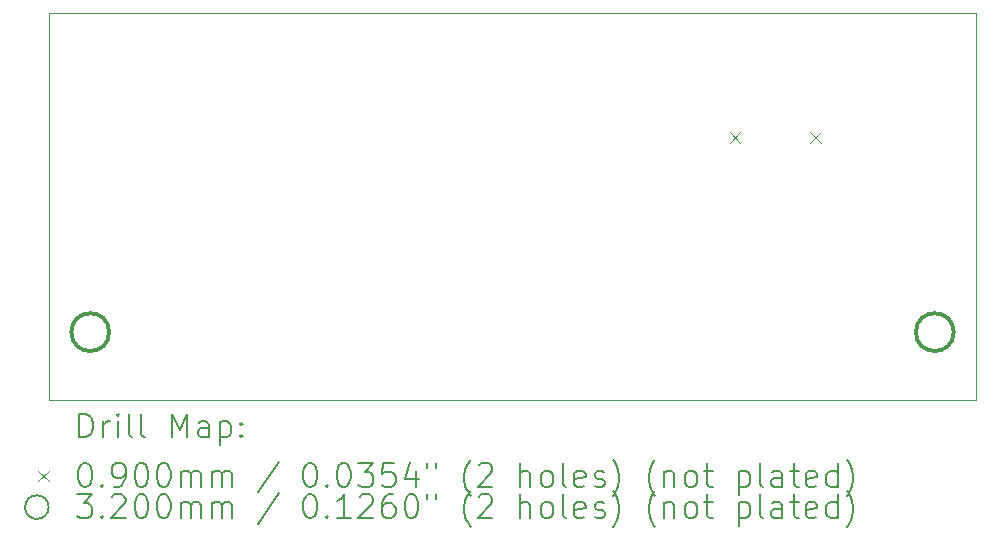
<source format=gbr>
%TF.GenerationSoftware,KiCad,Pcbnew,8.0.4*%
%TF.CreationDate,2025-04-19T21:15:14+05:30*%
%TF.ProjectId,Snakebot_pcb_dev,536e616b-6562-46f7-945f-7063625f6465,rev?*%
%TF.SameCoordinates,Original*%
%TF.FileFunction,Drillmap*%
%TF.FilePolarity,Positive*%
%FSLAX45Y45*%
G04 Gerber Fmt 4.5, Leading zero omitted, Abs format (unit mm)*
G04 Created by KiCad (PCBNEW 8.0.4) date 2025-04-19 21:15:14*
%MOMM*%
%LPD*%
G01*
G04 APERTURE LIST*
%ADD10C,0.050000*%
%ADD11C,0.200000*%
%ADD12C,0.100000*%
%ADD13C,0.320000*%
G04 APERTURE END LIST*
D10*
X8775000Y-14725000D02*
X16625000Y-14725000D01*
X8775000Y-14700000D02*
X8775000Y-14725000D01*
X16625000Y-14650000D02*
X16625000Y-14600000D01*
X16625000Y-11450000D02*
X8775000Y-11450000D01*
X8775000Y-14600000D02*
X8775000Y-14650000D01*
X8775000Y-14500000D02*
X8775000Y-14600000D01*
X16625000Y-14725000D02*
X16625000Y-14650000D01*
X16625000Y-14500000D02*
X16625000Y-11450000D01*
X8775000Y-11450000D02*
X8775000Y-14500000D01*
X8775000Y-14650000D02*
X8775000Y-14700000D01*
X16625000Y-14600000D02*
X16625000Y-14500000D01*
D11*
D12*
X14540000Y-12455000D02*
X14630000Y-12545000D01*
X14630000Y-12455000D02*
X14540000Y-12545000D01*
X15220000Y-12455000D02*
X15310000Y-12545000D01*
X15310000Y-12455000D02*
X15220000Y-12545000D01*
D13*
X9285000Y-14150000D02*
G75*
G02*
X8965000Y-14150000I-160000J0D01*
G01*
X8965000Y-14150000D02*
G75*
G02*
X9285000Y-14150000I160000J0D01*
G01*
X16435000Y-14150000D02*
G75*
G02*
X16115000Y-14150000I-160000J0D01*
G01*
X16115000Y-14150000D02*
G75*
G02*
X16435000Y-14150000I160000J0D01*
G01*
D11*
X9033277Y-15038984D02*
X9033277Y-14838984D01*
X9033277Y-14838984D02*
X9080896Y-14838984D01*
X9080896Y-14838984D02*
X9109467Y-14848508D01*
X9109467Y-14848508D02*
X9128515Y-14867555D01*
X9128515Y-14867555D02*
X9138039Y-14886603D01*
X9138039Y-14886603D02*
X9147563Y-14924698D01*
X9147563Y-14924698D02*
X9147563Y-14953269D01*
X9147563Y-14953269D02*
X9138039Y-14991365D01*
X9138039Y-14991365D02*
X9128515Y-15010412D01*
X9128515Y-15010412D02*
X9109467Y-15029460D01*
X9109467Y-15029460D02*
X9080896Y-15038984D01*
X9080896Y-15038984D02*
X9033277Y-15038984D01*
X9233277Y-15038984D02*
X9233277Y-14905650D01*
X9233277Y-14943746D02*
X9242801Y-14924698D01*
X9242801Y-14924698D02*
X9252324Y-14915174D01*
X9252324Y-14915174D02*
X9271372Y-14905650D01*
X9271372Y-14905650D02*
X9290420Y-14905650D01*
X9357086Y-15038984D02*
X9357086Y-14905650D01*
X9357086Y-14838984D02*
X9347563Y-14848508D01*
X9347563Y-14848508D02*
X9357086Y-14858031D01*
X9357086Y-14858031D02*
X9366610Y-14848508D01*
X9366610Y-14848508D02*
X9357086Y-14838984D01*
X9357086Y-14838984D02*
X9357086Y-14858031D01*
X9480896Y-15038984D02*
X9461848Y-15029460D01*
X9461848Y-15029460D02*
X9452324Y-15010412D01*
X9452324Y-15010412D02*
X9452324Y-14838984D01*
X9585658Y-15038984D02*
X9566610Y-15029460D01*
X9566610Y-15029460D02*
X9557086Y-15010412D01*
X9557086Y-15010412D02*
X9557086Y-14838984D01*
X9814229Y-15038984D02*
X9814229Y-14838984D01*
X9814229Y-14838984D02*
X9880896Y-14981841D01*
X9880896Y-14981841D02*
X9947563Y-14838984D01*
X9947563Y-14838984D02*
X9947563Y-15038984D01*
X10128515Y-15038984D02*
X10128515Y-14934222D01*
X10128515Y-14934222D02*
X10118991Y-14915174D01*
X10118991Y-14915174D02*
X10099944Y-14905650D01*
X10099944Y-14905650D02*
X10061848Y-14905650D01*
X10061848Y-14905650D02*
X10042801Y-14915174D01*
X10128515Y-15029460D02*
X10109467Y-15038984D01*
X10109467Y-15038984D02*
X10061848Y-15038984D01*
X10061848Y-15038984D02*
X10042801Y-15029460D01*
X10042801Y-15029460D02*
X10033277Y-15010412D01*
X10033277Y-15010412D02*
X10033277Y-14991365D01*
X10033277Y-14991365D02*
X10042801Y-14972317D01*
X10042801Y-14972317D02*
X10061848Y-14962793D01*
X10061848Y-14962793D02*
X10109467Y-14962793D01*
X10109467Y-14962793D02*
X10128515Y-14953269D01*
X10223753Y-14905650D02*
X10223753Y-15105650D01*
X10223753Y-14915174D02*
X10242801Y-14905650D01*
X10242801Y-14905650D02*
X10280896Y-14905650D01*
X10280896Y-14905650D02*
X10299944Y-14915174D01*
X10299944Y-14915174D02*
X10309467Y-14924698D01*
X10309467Y-14924698D02*
X10318991Y-14943746D01*
X10318991Y-14943746D02*
X10318991Y-15000888D01*
X10318991Y-15000888D02*
X10309467Y-15019936D01*
X10309467Y-15019936D02*
X10299944Y-15029460D01*
X10299944Y-15029460D02*
X10280896Y-15038984D01*
X10280896Y-15038984D02*
X10242801Y-15038984D01*
X10242801Y-15038984D02*
X10223753Y-15029460D01*
X10404705Y-15019936D02*
X10414229Y-15029460D01*
X10414229Y-15029460D02*
X10404705Y-15038984D01*
X10404705Y-15038984D02*
X10395182Y-15029460D01*
X10395182Y-15029460D02*
X10404705Y-15019936D01*
X10404705Y-15019936D02*
X10404705Y-15038984D01*
X10404705Y-14915174D02*
X10414229Y-14924698D01*
X10414229Y-14924698D02*
X10404705Y-14934222D01*
X10404705Y-14934222D02*
X10395182Y-14924698D01*
X10395182Y-14924698D02*
X10404705Y-14915174D01*
X10404705Y-14915174D02*
X10404705Y-14934222D01*
D12*
X8682500Y-15322500D02*
X8772500Y-15412500D01*
X8772500Y-15322500D02*
X8682500Y-15412500D01*
D11*
X9071372Y-15258984D02*
X9090420Y-15258984D01*
X9090420Y-15258984D02*
X9109467Y-15268508D01*
X9109467Y-15268508D02*
X9118991Y-15278031D01*
X9118991Y-15278031D02*
X9128515Y-15297079D01*
X9128515Y-15297079D02*
X9138039Y-15335174D01*
X9138039Y-15335174D02*
X9138039Y-15382793D01*
X9138039Y-15382793D02*
X9128515Y-15420888D01*
X9128515Y-15420888D02*
X9118991Y-15439936D01*
X9118991Y-15439936D02*
X9109467Y-15449460D01*
X9109467Y-15449460D02*
X9090420Y-15458984D01*
X9090420Y-15458984D02*
X9071372Y-15458984D01*
X9071372Y-15458984D02*
X9052324Y-15449460D01*
X9052324Y-15449460D02*
X9042801Y-15439936D01*
X9042801Y-15439936D02*
X9033277Y-15420888D01*
X9033277Y-15420888D02*
X9023753Y-15382793D01*
X9023753Y-15382793D02*
X9023753Y-15335174D01*
X9023753Y-15335174D02*
X9033277Y-15297079D01*
X9033277Y-15297079D02*
X9042801Y-15278031D01*
X9042801Y-15278031D02*
X9052324Y-15268508D01*
X9052324Y-15268508D02*
X9071372Y-15258984D01*
X9223753Y-15439936D02*
X9233277Y-15449460D01*
X9233277Y-15449460D02*
X9223753Y-15458984D01*
X9223753Y-15458984D02*
X9214229Y-15449460D01*
X9214229Y-15449460D02*
X9223753Y-15439936D01*
X9223753Y-15439936D02*
X9223753Y-15458984D01*
X9328515Y-15458984D02*
X9366610Y-15458984D01*
X9366610Y-15458984D02*
X9385658Y-15449460D01*
X9385658Y-15449460D02*
X9395182Y-15439936D01*
X9395182Y-15439936D02*
X9414229Y-15411365D01*
X9414229Y-15411365D02*
X9423753Y-15373269D01*
X9423753Y-15373269D02*
X9423753Y-15297079D01*
X9423753Y-15297079D02*
X9414229Y-15278031D01*
X9414229Y-15278031D02*
X9404705Y-15268508D01*
X9404705Y-15268508D02*
X9385658Y-15258984D01*
X9385658Y-15258984D02*
X9347563Y-15258984D01*
X9347563Y-15258984D02*
X9328515Y-15268508D01*
X9328515Y-15268508D02*
X9318991Y-15278031D01*
X9318991Y-15278031D02*
X9309467Y-15297079D01*
X9309467Y-15297079D02*
X9309467Y-15344698D01*
X9309467Y-15344698D02*
X9318991Y-15363746D01*
X9318991Y-15363746D02*
X9328515Y-15373269D01*
X9328515Y-15373269D02*
X9347563Y-15382793D01*
X9347563Y-15382793D02*
X9385658Y-15382793D01*
X9385658Y-15382793D02*
X9404705Y-15373269D01*
X9404705Y-15373269D02*
X9414229Y-15363746D01*
X9414229Y-15363746D02*
X9423753Y-15344698D01*
X9547563Y-15258984D02*
X9566610Y-15258984D01*
X9566610Y-15258984D02*
X9585658Y-15268508D01*
X9585658Y-15268508D02*
X9595182Y-15278031D01*
X9595182Y-15278031D02*
X9604705Y-15297079D01*
X9604705Y-15297079D02*
X9614229Y-15335174D01*
X9614229Y-15335174D02*
X9614229Y-15382793D01*
X9614229Y-15382793D02*
X9604705Y-15420888D01*
X9604705Y-15420888D02*
X9595182Y-15439936D01*
X9595182Y-15439936D02*
X9585658Y-15449460D01*
X9585658Y-15449460D02*
X9566610Y-15458984D01*
X9566610Y-15458984D02*
X9547563Y-15458984D01*
X9547563Y-15458984D02*
X9528515Y-15449460D01*
X9528515Y-15449460D02*
X9518991Y-15439936D01*
X9518991Y-15439936D02*
X9509467Y-15420888D01*
X9509467Y-15420888D02*
X9499944Y-15382793D01*
X9499944Y-15382793D02*
X9499944Y-15335174D01*
X9499944Y-15335174D02*
X9509467Y-15297079D01*
X9509467Y-15297079D02*
X9518991Y-15278031D01*
X9518991Y-15278031D02*
X9528515Y-15268508D01*
X9528515Y-15268508D02*
X9547563Y-15258984D01*
X9738039Y-15258984D02*
X9757086Y-15258984D01*
X9757086Y-15258984D02*
X9776134Y-15268508D01*
X9776134Y-15268508D02*
X9785658Y-15278031D01*
X9785658Y-15278031D02*
X9795182Y-15297079D01*
X9795182Y-15297079D02*
X9804705Y-15335174D01*
X9804705Y-15335174D02*
X9804705Y-15382793D01*
X9804705Y-15382793D02*
X9795182Y-15420888D01*
X9795182Y-15420888D02*
X9785658Y-15439936D01*
X9785658Y-15439936D02*
X9776134Y-15449460D01*
X9776134Y-15449460D02*
X9757086Y-15458984D01*
X9757086Y-15458984D02*
X9738039Y-15458984D01*
X9738039Y-15458984D02*
X9718991Y-15449460D01*
X9718991Y-15449460D02*
X9709467Y-15439936D01*
X9709467Y-15439936D02*
X9699944Y-15420888D01*
X9699944Y-15420888D02*
X9690420Y-15382793D01*
X9690420Y-15382793D02*
X9690420Y-15335174D01*
X9690420Y-15335174D02*
X9699944Y-15297079D01*
X9699944Y-15297079D02*
X9709467Y-15278031D01*
X9709467Y-15278031D02*
X9718991Y-15268508D01*
X9718991Y-15268508D02*
X9738039Y-15258984D01*
X9890420Y-15458984D02*
X9890420Y-15325650D01*
X9890420Y-15344698D02*
X9899944Y-15335174D01*
X9899944Y-15335174D02*
X9918991Y-15325650D01*
X9918991Y-15325650D02*
X9947563Y-15325650D01*
X9947563Y-15325650D02*
X9966610Y-15335174D01*
X9966610Y-15335174D02*
X9976134Y-15354222D01*
X9976134Y-15354222D02*
X9976134Y-15458984D01*
X9976134Y-15354222D02*
X9985658Y-15335174D01*
X9985658Y-15335174D02*
X10004705Y-15325650D01*
X10004705Y-15325650D02*
X10033277Y-15325650D01*
X10033277Y-15325650D02*
X10052325Y-15335174D01*
X10052325Y-15335174D02*
X10061848Y-15354222D01*
X10061848Y-15354222D02*
X10061848Y-15458984D01*
X10157086Y-15458984D02*
X10157086Y-15325650D01*
X10157086Y-15344698D02*
X10166610Y-15335174D01*
X10166610Y-15335174D02*
X10185658Y-15325650D01*
X10185658Y-15325650D02*
X10214229Y-15325650D01*
X10214229Y-15325650D02*
X10233277Y-15335174D01*
X10233277Y-15335174D02*
X10242801Y-15354222D01*
X10242801Y-15354222D02*
X10242801Y-15458984D01*
X10242801Y-15354222D02*
X10252325Y-15335174D01*
X10252325Y-15335174D02*
X10271372Y-15325650D01*
X10271372Y-15325650D02*
X10299944Y-15325650D01*
X10299944Y-15325650D02*
X10318991Y-15335174D01*
X10318991Y-15335174D02*
X10328515Y-15354222D01*
X10328515Y-15354222D02*
X10328515Y-15458984D01*
X10718991Y-15249460D02*
X10547563Y-15506603D01*
X10976134Y-15258984D02*
X10995182Y-15258984D01*
X10995182Y-15258984D02*
X11014229Y-15268508D01*
X11014229Y-15268508D02*
X11023753Y-15278031D01*
X11023753Y-15278031D02*
X11033277Y-15297079D01*
X11033277Y-15297079D02*
X11042801Y-15335174D01*
X11042801Y-15335174D02*
X11042801Y-15382793D01*
X11042801Y-15382793D02*
X11033277Y-15420888D01*
X11033277Y-15420888D02*
X11023753Y-15439936D01*
X11023753Y-15439936D02*
X11014229Y-15449460D01*
X11014229Y-15449460D02*
X10995182Y-15458984D01*
X10995182Y-15458984D02*
X10976134Y-15458984D01*
X10976134Y-15458984D02*
X10957087Y-15449460D01*
X10957087Y-15449460D02*
X10947563Y-15439936D01*
X10947563Y-15439936D02*
X10938039Y-15420888D01*
X10938039Y-15420888D02*
X10928515Y-15382793D01*
X10928515Y-15382793D02*
X10928515Y-15335174D01*
X10928515Y-15335174D02*
X10938039Y-15297079D01*
X10938039Y-15297079D02*
X10947563Y-15278031D01*
X10947563Y-15278031D02*
X10957087Y-15268508D01*
X10957087Y-15268508D02*
X10976134Y-15258984D01*
X11128515Y-15439936D02*
X11138039Y-15449460D01*
X11138039Y-15449460D02*
X11128515Y-15458984D01*
X11128515Y-15458984D02*
X11118991Y-15449460D01*
X11118991Y-15449460D02*
X11128515Y-15439936D01*
X11128515Y-15439936D02*
X11128515Y-15458984D01*
X11261848Y-15258984D02*
X11280896Y-15258984D01*
X11280896Y-15258984D02*
X11299944Y-15268508D01*
X11299944Y-15268508D02*
X11309467Y-15278031D01*
X11309467Y-15278031D02*
X11318991Y-15297079D01*
X11318991Y-15297079D02*
X11328515Y-15335174D01*
X11328515Y-15335174D02*
X11328515Y-15382793D01*
X11328515Y-15382793D02*
X11318991Y-15420888D01*
X11318991Y-15420888D02*
X11309467Y-15439936D01*
X11309467Y-15439936D02*
X11299944Y-15449460D01*
X11299944Y-15449460D02*
X11280896Y-15458984D01*
X11280896Y-15458984D02*
X11261848Y-15458984D01*
X11261848Y-15458984D02*
X11242801Y-15449460D01*
X11242801Y-15449460D02*
X11233277Y-15439936D01*
X11233277Y-15439936D02*
X11223753Y-15420888D01*
X11223753Y-15420888D02*
X11214229Y-15382793D01*
X11214229Y-15382793D02*
X11214229Y-15335174D01*
X11214229Y-15335174D02*
X11223753Y-15297079D01*
X11223753Y-15297079D02*
X11233277Y-15278031D01*
X11233277Y-15278031D02*
X11242801Y-15268508D01*
X11242801Y-15268508D02*
X11261848Y-15258984D01*
X11395182Y-15258984D02*
X11518991Y-15258984D01*
X11518991Y-15258984D02*
X11452325Y-15335174D01*
X11452325Y-15335174D02*
X11480896Y-15335174D01*
X11480896Y-15335174D02*
X11499944Y-15344698D01*
X11499944Y-15344698D02*
X11509467Y-15354222D01*
X11509467Y-15354222D02*
X11518991Y-15373269D01*
X11518991Y-15373269D02*
X11518991Y-15420888D01*
X11518991Y-15420888D02*
X11509467Y-15439936D01*
X11509467Y-15439936D02*
X11499944Y-15449460D01*
X11499944Y-15449460D02*
X11480896Y-15458984D01*
X11480896Y-15458984D02*
X11423753Y-15458984D01*
X11423753Y-15458984D02*
X11404706Y-15449460D01*
X11404706Y-15449460D02*
X11395182Y-15439936D01*
X11699944Y-15258984D02*
X11604706Y-15258984D01*
X11604706Y-15258984D02*
X11595182Y-15354222D01*
X11595182Y-15354222D02*
X11604706Y-15344698D01*
X11604706Y-15344698D02*
X11623753Y-15335174D01*
X11623753Y-15335174D02*
X11671372Y-15335174D01*
X11671372Y-15335174D02*
X11690420Y-15344698D01*
X11690420Y-15344698D02*
X11699944Y-15354222D01*
X11699944Y-15354222D02*
X11709467Y-15373269D01*
X11709467Y-15373269D02*
X11709467Y-15420888D01*
X11709467Y-15420888D02*
X11699944Y-15439936D01*
X11699944Y-15439936D02*
X11690420Y-15449460D01*
X11690420Y-15449460D02*
X11671372Y-15458984D01*
X11671372Y-15458984D02*
X11623753Y-15458984D01*
X11623753Y-15458984D02*
X11604706Y-15449460D01*
X11604706Y-15449460D02*
X11595182Y-15439936D01*
X11880896Y-15325650D02*
X11880896Y-15458984D01*
X11833277Y-15249460D02*
X11785658Y-15392317D01*
X11785658Y-15392317D02*
X11909467Y-15392317D01*
X11976134Y-15258984D02*
X11976134Y-15297079D01*
X12052325Y-15258984D02*
X12052325Y-15297079D01*
X12347563Y-15535174D02*
X12338039Y-15525650D01*
X12338039Y-15525650D02*
X12318991Y-15497079D01*
X12318991Y-15497079D02*
X12309468Y-15478031D01*
X12309468Y-15478031D02*
X12299944Y-15449460D01*
X12299944Y-15449460D02*
X12290420Y-15401841D01*
X12290420Y-15401841D02*
X12290420Y-15363746D01*
X12290420Y-15363746D02*
X12299944Y-15316127D01*
X12299944Y-15316127D02*
X12309468Y-15287555D01*
X12309468Y-15287555D02*
X12318991Y-15268508D01*
X12318991Y-15268508D02*
X12338039Y-15239936D01*
X12338039Y-15239936D02*
X12347563Y-15230412D01*
X12414229Y-15278031D02*
X12423753Y-15268508D01*
X12423753Y-15268508D02*
X12442801Y-15258984D01*
X12442801Y-15258984D02*
X12490420Y-15258984D01*
X12490420Y-15258984D02*
X12509468Y-15268508D01*
X12509468Y-15268508D02*
X12518991Y-15278031D01*
X12518991Y-15278031D02*
X12528515Y-15297079D01*
X12528515Y-15297079D02*
X12528515Y-15316127D01*
X12528515Y-15316127D02*
X12518991Y-15344698D01*
X12518991Y-15344698D02*
X12404706Y-15458984D01*
X12404706Y-15458984D02*
X12528515Y-15458984D01*
X12766610Y-15458984D02*
X12766610Y-15258984D01*
X12852325Y-15458984D02*
X12852325Y-15354222D01*
X12852325Y-15354222D02*
X12842801Y-15335174D01*
X12842801Y-15335174D02*
X12823753Y-15325650D01*
X12823753Y-15325650D02*
X12795182Y-15325650D01*
X12795182Y-15325650D02*
X12776134Y-15335174D01*
X12776134Y-15335174D02*
X12766610Y-15344698D01*
X12976134Y-15458984D02*
X12957087Y-15449460D01*
X12957087Y-15449460D02*
X12947563Y-15439936D01*
X12947563Y-15439936D02*
X12938039Y-15420888D01*
X12938039Y-15420888D02*
X12938039Y-15363746D01*
X12938039Y-15363746D02*
X12947563Y-15344698D01*
X12947563Y-15344698D02*
X12957087Y-15335174D01*
X12957087Y-15335174D02*
X12976134Y-15325650D01*
X12976134Y-15325650D02*
X13004706Y-15325650D01*
X13004706Y-15325650D02*
X13023753Y-15335174D01*
X13023753Y-15335174D02*
X13033277Y-15344698D01*
X13033277Y-15344698D02*
X13042801Y-15363746D01*
X13042801Y-15363746D02*
X13042801Y-15420888D01*
X13042801Y-15420888D02*
X13033277Y-15439936D01*
X13033277Y-15439936D02*
X13023753Y-15449460D01*
X13023753Y-15449460D02*
X13004706Y-15458984D01*
X13004706Y-15458984D02*
X12976134Y-15458984D01*
X13157087Y-15458984D02*
X13138039Y-15449460D01*
X13138039Y-15449460D02*
X13128515Y-15430412D01*
X13128515Y-15430412D02*
X13128515Y-15258984D01*
X13309468Y-15449460D02*
X13290420Y-15458984D01*
X13290420Y-15458984D02*
X13252325Y-15458984D01*
X13252325Y-15458984D02*
X13233277Y-15449460D01*
X13233277Y-15449460D02*
X13223753Y-15430412D01*
X13223753Y-15430412D02*
X13223753Y-15354222D01*
X13223753Y-15354222D02*
X13233277Y-15335174D01*
X13233277Y-15335174D02*
X13252325Y-15325650D01*
X13252325Y-15325650D02*
X13290420Y-15325650D01*
X13290420Y-15325650D02*
X13309468Y-15335174D01*
X13309468Y-15335174D02*
X13318991Y-15354222D01*
X13318991Y-15354222D02*
X13318991Y-15373269D01*
X13318991Y-15373269D02*
X13223753Y-15392317D01*
X13395182Y-15449460D02*
X13414230Y-15458984D01*
X13414230Y-15458984D02*
X13452325Y-15458984D01*
X13452325Y-15458984D02*
X13471372Y-15449460D01*
X13471372Y-15449460D02*
X13480896Y-15430412D01*
X13480896Y-15430412D02*
X13480896Y-15420888D01*
X13480896Y-15420888D02*
X13471372Y-15401841D01*
X13471372Y-15401841D02*
X13452325Y-15392317D01*
X13452325Y-15392317D02*
X13423753Y-15392317D01*
X13423753Y-15392317D02*
X13404706Y-15382793D01*
X13404706Y-15382793D02*
X13395182Y-15363746D01*
X13395182Y-15363746D02*
X13395182Y-15354222D01*
X13395182Y-15354222D02*
X13404706Y-15335174D01*
X13404706Y-15335174D02*
X13423753Y-15325650D01*
X13423753Y-15325650D02*
X13452325Y-15325650D01*
X13452325Y-15325650D02*
X13471372Y-15335174D01*
X13547563Y-15535174D02*
X13557087Y-15525650D01*
X13557087Y-15525650D02*
X13576134Y-15497079D01*
X13576134Y-15497079D02*
X13585658Y-15478031D01*
X13585658Y-15478031D02*
X13595182Y-15449460D01*
X13595182Y-15449460D02*
X13604706Y-15401841D01*
X13604706Y-15401841D02*
X13604706Y-15363746D01*
X13604706Y-15363746D02*
X13595182Y-15316127D01*
X13595182Y-15316127D02*
X13585658Y-15287555D01*
X13585658Y-15287555D02*
X13576134Y-15268508D01*
X13576134Y-15268508D02*
X13557087Y-15239936D01*
X13557087Y-15239936D02*
X13547563Y-15230412D01*
X13909468Y-15535174D02*
X13899944Y-15525650D01*
X13899944Y-15525650D02*
X13880896Y-15497079D01*
X13880896Y-15497079D02*
X13871372Y-15478031D01*
X13871372Y-15478031D02*
X13861849Y-15449460D01*
X13861849Y-15449460D02*
X13852325Y-15401841D01*
X13852325Y-15401841D02*
X13852325Y-15363746D01*
X13852325Y-15363746D02*
X13861849Y-15316127D01*
X13861849Y-15316127D02*
X13871372Y-15287555D01*
X13871372Y-15287555D02*
X13880896Y-15268508D01*
X13880896Y-15268508D02*
X13899944Y-15239936D01*
X13899944Y-15239936D02*
X13909468Y-15230412D01*
X13985658Y-15325650D02*
X13985658Y-15458984D01*
X13985658Y-15344698D02*
X13995182Y-15335174D01*
X13995182Y-15335174D02*
X14014230Y-15325650D01*
X14014230Y-15325650D02*
X14042801Y-15325650D01*
X14042801Y-15325650D02*
X14061849Y-15335174D01*
X14061849Y-15335174D02*
X14071372Y-15354222D01*
X14071372Y-15354222D02*
X14071372Y-15458984D01*
X14195182Y-15458984D02*
X14176134Y-15449460D01*
X14176134Y-15449460D02*
X14166611Y-15439936D01*
X14166611Y-15439936D02*
X14157087Y-15420888D01*
X14157087Y-15420888D02*
X14157087Y-15363746D01*
X14157087Y-15363746D02*
X14166611Y-15344698D01*
X14166611Y-15344698D02*
X14176134Y-15335174D01*
X14176134Y-15335174D02*
X14195182Y-15325650D01*
X14195182Y-15325650D02*
X14223753Y-15325650D01*
X14223753Y-15325650D02*
X14242801Y-15335174D01*
X14242801Y-15335174D02*
X14252325Y-15344698D01*
X14252325Y-15344698D02*
X14261849Y-15363746D01*
X14261849Y-15363746D02*
X14261849Y-15420888D01*
X14261849Y-15420888D02*
X14252325Y-15439936D01*
X14252325Y-15439936D02*
X14242801Y-15449460D01*
X14242801Y-15449460D02*
X14223753Y-15458984D01*
X14223753Y-15458984D02*
X14195182Y-15458984D01*
X14318992Y-15325650D02*
X14395182Y-15325650D01*
X14347563Y-15258984D02*
X14347563Y-15430412D01*
X14347563Y-15430412D02*
X14357087Y-15449460D01*
X14357087Y-15449460D02*
X14376134Y-15458984D01*
X14376134Y-15458984D02*
X14395182Y-15458984D01*
X14614230Y-15325650D02*
X14614230Y-15525650D01*
X14614230Y-15335174D02*
X14633277Y-15325650D01*
X14633277Y-15325650D02*
X14671373Y-15325650D01*
X14671373Y-15325650D02*
X14690420Y-15335174D01*
X14690420Y-15335174D02*
X14699944Y-15344698D01*
X14699944Y-15344698D02*
X14709468Y-15363746D01*
X14709468Y-15363746D02*
X14709468Y-15420888D01*
X14709468Y-15420888D02*
X14699944Y-15439936D01*
X14699944Y-15439936D02*
X14690420Y-15449460D01*
X14690420Y-15449460D02*
X14671373Y-15458984D01*
X14671373Y-15458984D02*
X14633277Y-15458984D01*
X14633277Y-15458984D02*
X14614230Y-15449460D01*
X14823753Y-15458984D02*
X14804706Y-15449460D01*
X14804706Y-15449460D02*
X14795182Y-15430412D01*
X14795182Y-15430412D02*
X14795182Y-15258984D01*
X14985658Y-15458984D02*
X14985658Y-15354222D01*
X14985658Y-15354222D02*
X14976134Y-15335174D01*
X14976134Y-15335174D02*
X14957087Y-15325650D01*
X14957087Y-15325650D02*
X14918992Y-15325650D01*
X14918992Y-15325650D02*
X14899944Y-15335174D01*
X14985658Y-15449460D02*
X14966611Y-15458984D01*
X14966611Y-15458984D02*
X14918992Y-15458984D01*
X14918992Y-15458984D02*
X14899944Y-15449460D01*
X14899944Y-15449460D02*
X14890420Y-15430412D01*
X14890420Y-15430412D02*
X14890420Y-15411365D01*
X14890420Y-15411365D02*
X14899944Y-15392317D01*
X14899944Y-15392317D02*
X14918992Y-15382793D01*
X14918992Y-15382793D02*
X14966611Y-15382793D01*
X14966611Y-15382793D02*
X14985658Y-15373269D01*
X15052325Y-15325650D02*
X15128515Y-15325650D01*
X15080896Y-15258984D02*
X15080896Y-15430412D01*
X15080896Y-15430412D02*
X15090420Y-15449460D01*
X15090420Y-15449460D02*
X15109468Y-15458984D01*
X15109468Y-15458984D02*
X15128515Y-15458984D01*
X15271373Y-15449460D02*
X15252325Y-15458984D01*
X15252325Y-15458984D02*
X15214230Y-15458984D01*
X15214230Y-15458984D02*
X15195182Y-15449460D01*
X15195182Y-15449460D02*
X15185658Y-15430412D01*
X15185658Y-15430412D02*
X15185658Y-15354222D01*
X15185658Y-15354222D02*
X15195182Y-15335174D01*
X15195182Y-15335174D02*
X15214230Y-15325650D01*
X15214230Y-15325650D02*
X15252325Y-15325650D01*
X15252325Y-15325650D02*
X15271373Y-15335174D01*
X15271373Y-15335174D02*
X15280896Y-15354222D01*
X15280896Y-15354222D02*
X15280896Y-15373269D01*
X15280896Y-15373269D02*
X15185658Y-15392317D01*
X15452325Y-15458984D02*
X15452325Y-15258984D01*
X15452325Y-15449460D02*
X15433277Y-15458984D01*
X15433277Y-15458984D02*
X15395182Y-15458984D01*
X15395182Y-15458984D02*
X15376134Y-15449460D01*
X15376134Y-15449460D02*
X15366611Y-15439936D01*
X15366611Y-15439936D02*
X15357087Y-15420888D01*
X15357087Y-15420888D02*
X15357087Y-15363746D01*
X15357087Y-15363746D02*
X15366611Y-15344698D01*
X15366611Y-15344698D02*
X15376134Y-15335174D01*
X15376134Y-15335174D02*
X15395182Y-15325650D01*
X15395182Y-15325650D02*
X15433277Y-15325650D01*
X15433277Y-15325650D02*
X15452325Y-15335174D01*
X15528515Y-15535174D02*
X15538039Y-15525650D01*
X15538039Y-15525650D02*
X15557087Y-15497079D01*
X15557087Y-15497079D02*
X15566611Y-15478031D01*
X15566611Y-15478031D02*
X15576134Y-15449460D01*
X15576134Y-15449460D02*
X15585658Y-15401841D01*
X15585658Y-15401841D02*
X15585658Y-15363746D01*
X15585658Y-15363746D02*
X15576134Y-15316127D01*
X15576134Y-15316127D02*
X15566611Y-15287555D01*
X15566611Y-15287555D02*
X15557087Y-15268508D01*
X15557087Y-15268508D02*
X15538039Y-15239936D01*
X15538039Y-15239936D02*
X15528515Y-15230412D01*
X8772500Y-15631500D02*
G75*
G02*
X8572500Y-15631500I-100000J0D01*
G01*
X8572500Y-15631500D02*
G75*
G02*
X8772500Y-15631500I100000J0D01*
G01*
X9014229Y-15522984D02*
X9138039Y-15522984D01*
X9138039Y-15522984D02*
X9071372Y-15599174D01*
X9071372Y-15599174D02*
X9099944Y-15599174D01*
X9099944Y-15599174D02*
X9118991Y-15608698D01*
X9118991Y-15608698D02*
X9128515Y-15618222D01*
X9128515Y-15618222D02*
X9138039Y-15637269D01*
X9138039Y-15637269D02*
X9138039Y-15684888D01*
X9138039Y-15684888D02*
X9128515Y-15703936D01*
X9128515Y-15703936D02*
X9118991Y-15713460D01*
X9118991Y-15713460D02*
X9099944Y-15722984D01*
X9099944Y-15722984D02*
X9042801Y-15722984D01*
X9042801Y-15722984D02*
X9023753Y-15713460D01*
X9023753Y-15713460D02*
X9014229Y-15703936D01*
X9223753Y-15703936D02*
X9233277Y-15713460D01*
X9233277Y-15713460D02*
X9223753Y-15722984D01*
X9223753Y-15722984D02*
X9214229Y-15713460D01*
X9214229Y-15713460D02*
X9223753Y-15703936D01*
X9223753Y-15703936D02*
X9223753Y-15722984D01*
X9309467Y-15542031D02*
X9318991Y-15532508D01*
X9318991Y-15532508D02*
X9338039Y-15522984D01*
X9338039Y-15522984D02*
X9385658Y-15522984D01*
X9385658Y-15522984D02*
X9404705Y-15532508D01*
X9404705Y-15532508D02*
X9414229Y-15542031D01*
X9414229Y-15542031D02*
X9423753Y-15561079D01*
X9423753Y-15561079D02*
X9423753Y-15580127D01*
X9423753Y-15580127D02*
X9414229Y-15608698D01*
X9414229Y-15608698D02*
X9299944Y-15722984D01*
X9299944Y-15722984D02*
X9423753Y-15722984D01*
X9547563Y-15522984D02*
X9566610Y-15522984D01*
X9566610Y-15522984D02*
X9585658Y-15532508D01*
X9585658Y-15532508D02*
X9595182Y-15542031D01*
X9595182Y-15542031D02*
X9604705Y-15561079D01*
X9604705Y-15561079D02*
X9614229Y-15599174D01*
X9614229Y-15599174D02*
X9614229Y-15646793D01*
X9614229Y-15646793D02*
X9604705Y-15684888D01*
X9604705Y-15684888D02*
X9595182Y-15703936D01*
X9595182Y-15703936D02*
X9585658Y-15713460D01*
X9585658Y-15713460D02*
X9566610Y-15722984D01*
X9566610Y-15722984D02*
X9547563Y-15722984D01*
X9547563Y-15722984D02*
X9528515Y-15713460D01*
X9528515Y-15713460D02*
X9518991Y-15703936D01*
X9518991Y-15703936D02*
X9509467Y-15684888D01*
X9509467Y-15684888D02*
X9499944Y-15646793D01*
X9499944Y-15646793D02*
X9499944Y-15599174D01*
X9499944Y-15599174D02*
X9509467Y-15561079D01*
X9509467Y-15561079D02*
X9518991Y-15542031D01*
X9518991Y-15542031D02*
X9528515Y-15532508D01*
X9528515Y-15532508D02*
X9547563Y-15522984D01*
X9738039Y-15522984D02*
X9757086Y-15522984D01*
X9757086Y-15522984D02*
X9776134Y-15532508D01*
X9776134Y-15532508D02*
X9785658Y-15542031D01*
X9785658Y-15542031D02*
X9795182Y-15561079D01*
X9795182Y-15561079D02*
X9804705Y-15599174D01*
X9804705Y-15599174D02*
X9804705Y-15646793D01*
X9804705Y-15646793D02*
X9795182Y-15684888D01*
X9795182Y-15684888D02*
X9785658Y-15703936D01*
X9785658Y-15703936D02*
X9776134Y-15713460D01*
X9776134Y-15713460D02*
X9757086Y-15722984D01*
X9757086Y-15722984D02*
X9738039Y-15722984D01*
X9738039Y-15722984D02*
X9718991Y-15713460D01*
X9718991Y-15713460D02*
X9709467Y-15703936D01*
X9709467Y-15703936D02*
X9699944Y-15684888D01*
X9699944Y-15684888D02*
X9690420Y-15646793D01*
X9690420Y-15646793D02*
X9690420Y-15599174D01*
X9690420Y-15599174D02*
X9699944Y-15561079D01*
X9699944Y-15561079D02*
X9709467Y-15542031D01*
X9709467Y-15542031D02*
X9718991Y-15532508D01*
X9718991Y-15532508D02*
X9738039Y-15522984D01*
X9890420Y-15722984D02*
X9890420Y-15589650D01*
X9890420Y-15608698D02*
X9899944Y-15599174D01*
X9899944Y-15599174D02*
X9918991Y-15589650D01*
X9918991Y-15589650D02*
X9947563Y-15589650D01*
X9947563Y-15589650D02*
X9966610Y-15599174D01*
X9966610Y-15599174D02*
X9976134Y-15618222D01*
X9976134Y-15618222D02*
X9976134Y-15722984D01*
X9976134Y-15618222D02*
X9985658Y-15599174D01*
X9985658Y-15599174D02*
X10004705Y-15589650D01*
X10004705Y-15589650D02*
X10033277Y-15589650D01*
X10033277Y-15589650D02*
X10052325Y-15599174D01*
X10052325Y-15599174D02*
X10061848Y-15618222D01*
X10061848Y-15618222D02*
X10061848Y-15722984D01*
X10157086Y-15722984D02*
X10157086Y-15589650D01*
X10157086Y-15608698D02*
X10166610Y-15599174D01*
X10166610Y-15599174D02*
X10185658Y-15589650D01*
X10185658Y-15589650D02*
X10214229Y-15589650D01*
X10214229Y-15589650D02*
X10233277Y-15599174D01*
X10233277Y-15599174D02*
X10242801Y-15618222D01*
X10242801Y-15618222D02*
X10242801Y-15722984D01*
X10242801Y-15618222D02*
X10252325Y-15599174D01*
X10252325Y-15599174D02*
X10271372Y-15589650D01*
X10271372Y-15589650D02*
X10299944Y-15589650D01*
X10299944Y-15589650D02*
X10318991Y-15599174D01*
X10318991Y-15599174D02*
X10328515Y-15618222D01*
X10328515Y-15618222D02*
X10328515Y-15722984D01*
X10718991Y-15513460D02*
X10547563Y-15770603D01*
X10976134Y-15522984D02*
X10995182Y-15522984D01*
X10995182Y-15522984D02*
X11014229Y-15532508D01*
X11014229Y-15532508D02*
X11023753Y-15542031D01*
X11023753Y-15542031D02*
X11033277Y-15561079D01*
X11033277Y-15561079D02*
X11042801Y-15599174D01*
X11042801Y-15599174D02*
X11042801Y-15646793D01*
X11042801Y-15646793D02*
X11033277Y-15684888D01*
X11033277Y-15684888D02*
X11023753Y-15703936D01*
X11023753Y-15703936D02*
X11014229Y-15713460D01*
X11014229Y-15713460D02*
X10995182Y-15722984D01*
X10995182Y-15722984D02*
X10976134Y-15722984D01*
X10976134Y-15722984D02*
X10957087Y-15713460D01*
X10957087Y-15713460D02*
X10947563Y-15703936D01*
X10947563Y-15703936D02*
X10938039Y-15684888D01*
X10938039Y-15684888D02*
X10928515Y-15646793D01*
X10928515Y-15646793D02*
X10928515Y-15599174D01*
X10928515Y-15599174D02*
X10938039Y-15561079D01*
X10938039Y-15561079D02*
X10947563Y-15542031D01*
X10947563Y-15542031D02*
X10957087Y-15532508D01*
X10957087Y-15532508D02*
X10976134Y-15522984D01*
X11128515Y-15703936D02*
X11138039Y-15713460D01*
X11138039Y-15713460D02*
X11128515Y-15722984D01*
X11128515Y-15722984D02*
X11118991Y-15713460D01*
X11118991Y-15713460D02*
X11128515Y-15703936D01*
X11128515Y-15703936D02*
X11128515Y-15722984D01*
X11328515Y-15722984D02*
X11214229Y-15722984D01*
X11271372Y-15722984D02*
X11271372Y-15522984D01*
X11271372Y-15522984D02*
X11252325Y-15551555D01*
X11252325Y-15551555D02*
X11233277Y-15570603D01*
X11233277Y-15570603D02*
X11214229Y-15580127D01*
X11404706Y-15542031D02*
X11414229Y-15532508D01*
X11414229Y-15532508D02*
X11433277Y-15522984D01*
X11433277Y-15522984D02*
X11480896Y-15522984D01*
X11480896Y-15522984D02*
X11499944Y-15532508D01*
X11499944Y-15532508D02*
X11509467Y-15542031D01*
X11509467Y-15542031D02*
X11518991Y-15561079D01*
X11518991Y-15561079D02*
X11518991Y-15580127D01*
X11518991Y-15580127D02*
X11509467Y-15608698D01*
X11509467Y-15608698D02*
X11395182Y-15722984D01*
X11395182Y-15722984D02*
X11518991Y-15722984D01*
X11690420Y-15522984D02*
X11652325Y-15522984D01*
X11652325Y-15522984D02*
X11633277Y-15532508D01*
X11633277Y-15532508D02*
X11623753Y-15542031D01*
X11623753Y-15542031D02*
X11604706Y-15570603D01*
X11604706Y-15570603D02*
X11595182Y-15608698D01*
X11595182Y-15608698D02*
X11595182Y-15684888D01*
X11595182Y-15684888D02*
X11604706Y-15703936D01*
X11604706Y-15703936D02*
X11614229Y-15713460D01*
X11614229Y-15713460D02*
X11633277Y-15722984D01*
X11633277Y-15722984D02*
X11671372Y-15722984D01*
X11671372Y-15722984D02*
X11690420Y-15713460D01*
X11690420Y-15713460D02*
X11699944Y-15703936D01*
X11699944Y-15703936D02*
X11709467Y-15684888D01*
X11709467Y-15684888D02*
X11709467Y-15637269D01*
X11709467Y-15637269D02*
X11699944Y-15618222D01*
X11699944Y-15618222D02*
X11690420Y-15608698D01*
X11690420Y-15608698D02*
X11671372Y-15599174D01*
X11671372Y-15599174D02*
X11633277Y-15599174D01*
X11633277Y-15599174D02*
X11614229Y-15608698D01*
X11614229Y-15608698D02*
X11604706Y-15618222D01*
X11604706Y-15618222D02*
X11595182Y-15637269D01*
X11833277Y-15522984D02*
X11852325Y-15522984D01*
X11852325Y-15522984D02*
X11871372Y-15532508D01*
X11871372Y-15532508D02*
X11880896Y-15542031D01*
X11880896Y-15542031D02*
X11890420Y-15561079D01*
X11890420Y-15561079D02*
X11899944Y-15599174D01*
X11899944Y-15599174D02*
X11899944Y-15646793D01*
X11899944Y-15646793D02*
X11890420Y-15684888D01*
X11890420Y-15684888D02*
X11880896Y-15703936D01*
X11880896Y-15703936D02*
X11871372Y-15713460D01*
X11871372Y-15713460D02*
X11852325Y-15722984D01*
X11852325Y-15722984D02*
X11833277Y-15722984D01*
X11833277Y-15722984D02*
X11814229Y-15713460D01*
X11814229Y-15713460D02*
X11804706Y-15703936D01*
X11804706Y-15703936D02*
X11795182Y-15684888D01*
X11795182Y-15684888D02*
X11785658Y-15646793D01*
X11785658Y-15646793D02*
X11785658Y-15599174D01*
X11785658Y-15599174D02*
X11795182Y-15561079D01*
X11795182Y-15561079D02*
X11804706Y-15542031D01*
X11804706Y-15542031D02*
X11814229Y-15532508D01*
X11814229Y-15532508D02*
X11833277Y-15522984D01*
X11976134Y-15522984D02*
X11976134Y-15561079D01*
X12052325Y-15522984D02*
X12052325Y-15561079D01*
X12347563Y-15799174D02*
X12338039Y-15789650D01*
X12338039Y-15789650D02*
X12318991Y-15761079D01*
X12318991Y-15761079D02*
X12309468Y-15742031D01*
X12309468Y-15742031D02*
X12299944Y-15713460D01*
X12299944Y-15713460D02*
X12290420Y-15665841D01*
X12290420Y-15665841D02*
X12290420Y-15627746D01*
X12290420Y-15627746D02*
X12299944Y-15580127D01*
X12299944Y-15580127D02*
X12309468Y-15551555D01*
X12309468Y-15551555D02*
X12318991Y-15532508D01*
X12318991Y-15532508D02*
X12338039Y-15503936D01*
X12338039Y-15503936D02*
X12347563Y-15494412D01*
X12414229Y-15542031D02*
X12423753Y-15532508D01*
X12423753Y-15532508D02*
X12442801Y-15522984D01*
X12442801Y-15522984D02*
X12490420Y-15522984D01*
X12490420Y-15522984D02*
X12509468Y-15532508D01*
X12509468Y-15532508D02*
X12518991Y-15542031D01*
X12518991Y-15542031D02*
X12528515Y-15561079D01*
X12528515Y-15561079D02*
X12528515Y-15580127D01*
X12528515Y-15580127D02*
X12518991Y-15608698D01*
X12518991Y-15608698D02*
X12404706Y-15722984D01*
X12404706Y-15722984D02*
X12528515Y-15722984D01*
X12766610Y-15722984D02*
X12766610Y-15522984D01*
X12852325Y-15722984D02*
X12852325Y-15618222D01*
X12852325Y-15618222D02*
X12842801Y-15599174D01*
X12842801Y-15599174D02*
X12823753Y-15589650D01*
X12823753Y-15589650D02*
X12795182Y-15589650D01*
X12795182Y-15589650D02*
X12776134Y-15599174D01*
X12776134Y-15599174D02*
X12766610Y-15608698D01*
X12976134Y-15722984D02*
X12957087Y-15713460D01*
X12957087Y-15713460D02*
X12947563Y-15703936D01*
X12947563Y-15703936D02*
X12938039Y-15684888D01*
X12938039Y-15684888D02*
X12938039Y-15627746D01*
X12938039Y-15627746D02*
X12947563Y-15608698D01*
X12947563Y-15608698D02*
X12957087Y-15599174D01*
X12957087Y-15599174D02*
X12976134Y-15589650D01*
X12976134Y-15589650D02*
X13004706Y-15589650D01*
X13004706Y-15589650D02*
X13023753Y-15599174D01*
X13023753Y-15599174D02*
X13033277Y-15608698D01*
X13033277Y-15608698D02*
X13042801Y-15627746D01*
X13042801Y-15627746D02*
X13042801Y-15684888D01*
X13042801Y-15684888D02*
X13033277Y-15703936D01*
X13033277Y-15703936D02*
X13023753Y-15713460D01*
X13023753Y-15713460D02*
X13004706Y-15722984D01*
X13004706Y-15722984D02*
X12976134Y-15722984D01*
X13157087Y-15722984D02*
X13138039Y-15713460D01*
X13138039Y-15713460D02*
X13128515Y-15694412D01*
X13128515Y-15694412D02*
X13128515Y-15522984D01*
X13309468Y-15713460D02*
X13290420Y-15722984D01*
X13290420Y-15722984D02*
X13252325Y-15722984D01*
X13252325Y-15722984D02*
X13233277Y-15713460D01*
X13233277Y-15713460D02*
X13223753Y-15694412D01*
X13223753Y-15694412D02*
X13223753Y-15618222D01*
X13223753Y-15618222D02*
X13233277Y-15599174D01*
X13233277Y-15599174D02*
X13252325Y-15589650D01*
X13252325Y-15589650D02*
X13290420Y-15589650D01*
X13290420Y-15589650D02*
X13309468Y-15599174D01*
X13309468Y-15599174D02*
X13318991Y-15618222D01*
X13318991Y-15618222D02*
X13318991Y-15637269D01*
X13318991Y-15637269D02*
X13223753Y-15656317D01*
X13395182Y-15713460D02*
X13414230Y-15722984D01*
X13414230Y-15722984D02*
X13452325Y-15722984D01*
X13452325Y-15722984D02*
X13471372Y-15713460D01*
X13471372Y-15713460D02*
X13480896Y-15694412D01*
X13480896Y-15694412D02*
X13480896Y-15684888D01*
X13480896Y-15684888D02*
X13471372Y-15665841D01*
X13471372Y-15665841D02*
X13452325Y-15656317D01*
X13452325Y-15656317D02*
X13423753Y-15656317D01*
X13423753Y-15656317D02*
X13404706Y-15646793D01*
X13404706Y-15646793D02*
X13395182Y-15627746D01*
X13395182Y-15627746D02*
X13395182Y-15618222D01*
X13395182Y-15618222D02*
X13404706Y-15599174D01*
X13404706Y-15599174D02*
X13423753Y-15589650D01*
X13423753Y-15589650D02*
X13452325Y-15589650D01*
X13452325Y-15589650D02*
X13471372Y-15599174D01*
X13547563Y-15799174D02*
X13557087Y-15789650D01*
X13557087Y-15789650D02*
X13576134Y-15761079D01*
X13576134Y-15761079D02*
X13585658Y-15742031D01*
X13585658Y-15742031D02*
X13595182Y-15713460D01*
X13595182Y-15713460D02*
X13604706Y-15665841D01*
X13604706Y-15665841D02*
X13604706Y-15627746D01*
X13604706Y-15627746D02*
X13595182Y-15580127D01*
X13595182Y-15580127D02*
X13585658Y-15551555D01*
X13585658Y-15551555D02*
X13576134Y-15532508D01*
X13576134Y-15532508D02*
X13557087Y-15503936D01*
X13557087Y-15503936D02*
X13547563Y-15494412D01*
X13909468Y-15799174D02*
X13899944Y-15789650D01*
X13899944Y-15789650D02*
X13880896Y-15761079D01*
X13880896Y-15761079D02*
X13871372Y-15742031D01*
X13871372Y-15742031D02*
X13861849Y-15713460D01*
X13861849Y-15713460D02*
X13852325Y-15665841D01*
X13852325Y-15665841D02*
X13852325Y-15627746D01*
X13852325Y-15627746D02*
X13861849Y-15580127D01*
X13861849Y-15580127D02*
X13871372Y-15551555D01*
X13871372Y-15551555D02*
X13880896Y-15532508D01*
X13880896Y-15532508D02*
X13899944Y-15503936D01*
X13899944Y-15503936D02*
X13909468Y-15494412D01*
X13985658Y-15589650D02*
X13985658Y-15722984D01*
X13985658Y-15608698D02*
X13995182Y-15599174D01*
X13995182Y-15599174D02*
X14014230Y-15589650D01*
X14014230Y-15589650D02*
X14042801Y-15589650D01*
X14042801Y-15589650D02*
X14061849Y-15599174D01*
X14061849Y-15599174D02*
X14071372Y-15618222D01*
X14071372Y-15618222D02*
X14071372Y-15722984D01*
X14195182Y-15722984D02*
X14176134Y-15713460D01*
X14176134Y-15713460D02*
X14166611Y-15703936D01*
X14166611Y-15703936D02*
X14157087Y-15684888D01*
X14157087Y-15684888D02*
X14157087Y-15627746D01*
X14157087Y-15627746D02*
X14166611Y-15608698D01*
X14166611Y-15608698D02*
X14176134Y-15599174D01*
X14176134Y-15599174D02*
X14195182Y-15589650D01*
X14195182Y-15589650D02*
X14223753Y-15589650D01*
X14223753Y-15589650D02*
X14242801Y-15599174D01*
X14242801Y-15599174D02*
X14252325Y-15608698D01*
X14252325Y-15608698D02*
X14261849Y-15627746D01*
X14261849Y-15627746D02*
X14261849Y-15684888D01*
X14261849Y-15684888D02*
X14252325Y-15703936D01*
X14252325Y-15703936D02*
X14242801Y-15713460D01*
X14242801Y-15713460D02*
X14223753Y-15722984D01*
X14223753Y-15722984D02*
X14195182Y-15722984D01*
X14318992Y-15589650D02*
X14395182Y-15589650D01*
X14347563Y-15522984D02*
X14347563Y-15694412D01*
X14347563Y-15694412D02*
X14357087Y-15713460D01*
X14357087Y-15713460D02*
X14376134Y-15722984D01*
X14376134Y-15722984D02*
X14395182Y-15722984D01*
X14614230Y-15589650D02*
X14614230Y-15789650D01*
X14614230Y-15599174D02*
X14633277Y-15589650D01*
X14633277Y-15589650D02*
X14671373Y-15589650D01*
X14671373Y-15589650D02*
X14690420Y-15599174D01*
X14690420Y-15599174D02*
X14699944Y-15608698D01*
X14699944Y-15608698D02*
X14709468Y-15627746D01*
X14709468Y-15627746D02*
X14709468Y-15684888D01*
X14709468Y-15684888D02*
X14699944Y-15703936D01*
X14699944Y-15703936D02*
X14690420Y-15713460D01*
X14690420Y-15713460D02*
X14671373Y-15722984D01*
X14671373Y-15722984D02*
X14633277Y-15722984D01*
X14633277Y-15722984D02*
X14614230Y-15713460D01*
X14823753Y-15722984D02*
X14804706Y-15713460D01*
X14804706Y-15713460D02*
X14795182Y-15694412D01*
X14795182Y-15694412D02*
X14795182Y-15522984D01*
X14985658Y-15722984D02*
X14985658Y-15618222D01*
X14985658Y-15618222D02*
X14976134Y-15599174D01*
X14976134Y-15599174D02*
X14957087Y-15589650D01*
X14957087Y-15589650D02*
X14918992Y-15589650D01*
X14918992Y-15589650D02*
X14899944Y-15599174D01*
X14985658Y-15713460D02*
X14966611Y-15722984D01*
X14966611Y-15722984D02*
X14918992Y-15722984D01*
X14918992Y-15722984D02*
X14899944Y-15713460D01*
X14899944Y-15713460D02*
X14890420Y-15694412D01*
X14890420Y-15694412D02*
X14890420Y-15675365D01*
X14890420Y-15675365D02*
X14899944Y-15656317D01*
X14899944Y-15656317D02*
X14918992Y-15646793D01*
X14918992Y-15646793D02*
X14966611Y-15646793D01*
X14966611Y-15646793D02*
X14985658Y-15637269D01*
X15052325Y-15589650D02*
X15128515Y-15589650D01*
X15080896Y-15522984D02*
X15080896Y-15694412D01*
X15080896Y-15694412D02*
X15090420Y-15713460D01*
X15090420Y-15713460D02*
X15109468Y-15722984D01*
X15109468Y-15722984D02*
X15128515Y-15722984D01*
X15271373Y-15713460D02*
X15252325Y-15722984D01*
X15252325Y-15722984D02*
X15214230Y-15722984D01*
X15214230Y-15722984D02*
X15195182Y-15713460D01*
X15195182Y-15713460D02*
X15185658Y-15694412D01*
X15185658Y-15694412D02*
X15185658Y-15618222D01*
X15185658Y-15618222D02*
X15195182Y-15599174D01*
X15195182Y-15599174D02*
X15214230Y-15589650D01*
X15214230Y-15589650D02*
X15252325Y-15589650D01*
X15252325Y-15589650D02*
X15271373Y-15599174D01*
X15271373Y-15599174D02*
X15280896Y-15618222D01*
X15280896Y-15618222D02*
X15280896Y-15637269D01*
X15280896Y-15637269D02*
X15185658Y-15656317D01*
X15452325Y-15722984D02*
X15452325Y-15522984D01*
X15452325Y-15713460D02*
X15433277Y-15722984D01*
X15433277Y-15722984D02*
X15395182Y-15722984D01*
X15395182Y-15722984D02*
X15376134Y-15713460D01*
X15376134Y-15713460D02*
X15366611Y-15703936D01*
X15366611Y-15703936D02*
X15357087Y-15684888D01*
X15357087Y-15684888D02*
X15357087Y-15627746D01*
X15357087Y-15627746D02*
X15366611Y-15608698D01*
X15366611Y-15608698D02*
X15376134Y-15599174D01*
X15376134Y-15599174D02*
X15395182Y-15589650D01*
X15395182Y-15589650D02*
X15433277Y-15589650D01*
X15433277Y-15589650D02*
X15452325Y-15599174D01*
X15528515Y-15799174D02*
X15538039Y-15789650D01*
X15538039Y-15789650D02*
X15557087Y-15761079D01*
X15557087Y-15761079D02*
X15566611Y-15742031D01*
X15566611Y-15742031D02*
X15576134Y-15713460D01*
X15576134Y-15713460D02*
X15585658Y-15665841D01*
X15585658Y-15665841D02*
X15585658Y-15627746D01*
X15585658Y-15627746D02*
X15576134Y-15580127D01*
X15576134Y-15580127D02*
X15566611Y-15551555D01*
X15566611Y-15551555D02*
X15557087Y-15532508D01*
X15557087Y-15532508D02*
X15538039Y-15503936D01*
X15538039Y-15503936D02*
X15528515Y-15494412D01*
M02*

</source>
